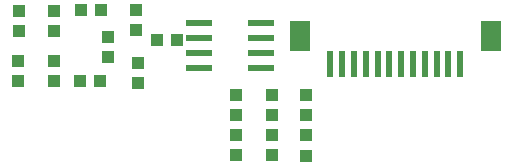
<source format=gbr>
G04 EAGLE Gerber X2 export*
%TF.Part,Single*%
%TF.FileFunction,Paste,Top*%
%TF.FilePolarity,Positive*%
%TF.GenerationSoftware,Autodesk,EAGLE,9.1.3*%
%TF.CreationDate,2019-04-17T09:40:26Z*%
G75*
%MOMM*%
%FSLAX34Y34*%
%LPD*%
%AMOC8*
5,1,8,0,0,1.08239X$1,22.5*%
G01*
%ADD10R,0.600000X2.200000*%
%ADD11R,1.800000X2.600000*%
%ADD12R,2.209800X0.609600*%
%ADD13R,1.000000X1.100000*%
%ADD14R,1.100000X1.000000*%


D10*
X376978Y277544D03*
X386978Y277544D03*
X366978Y277544D03*
X396978Y277544D03*
D11*
X280978Y301544D03*
X442978Y301544D03*
D10*
X406978Y277544D03*
X416978Y277544D03*
X356978Y277544D03*
X346978Y277544D03*
X336978Y277544D03*
X326978Y277544D03*
X316978Y277544D03*
X306978Y277544D03*
D12*
X195834Y312166D03*
X195834Y299466D03*
X195834Y286766D03*
X195834Y274066D03*
X248158Y274066D03*
X248158Y286766D03*
X248158Y299466D03*
X248158Y312166D03*
D13*
X142494Y323460D03*
X142494Y306460D03*
X118872Y300600D03*
X118872Y283600D03*
X144018Y278756D03*
X144018Y261756D03*
X43688Y322698D03*
X43688Y305698D03*
X42672Y280534D03*
X42672Y263534D03*
X286258Y234832D03*
X286258Y251832D03*
X227076Y218050D03*
X227076Y201050D03*
X72644Y305698D03*
X72644Y322698D03*
X72644Y263280D03*
X72644Y280280D03*
D14*
X113148Y323088D03*
X96148Y323088D03*
X111624Y263398D03*
X94624Y263398D03*
X176902Y297942D03*
X159902Y297942D03*
D13*
X286512Y200288D03*
X286512Y217288D03*
X227076Y251324D03*
X227076Y234324D03*
X257302Y234324D03*
X257302Y251324D03*
X257302Y218050D03*
X257302Y201050D03*
M02*

</source>
